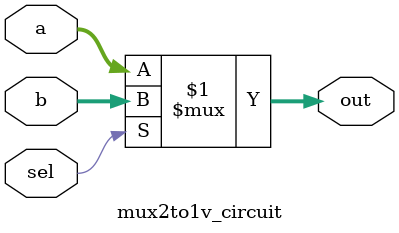
<source format=v>
module mux2to1v_circuit( 
   input [99:0] a, b,
   input sel,
   output [99:0] out 
);
	assign out = sel ? b : a;	
endmodule 
</source>
